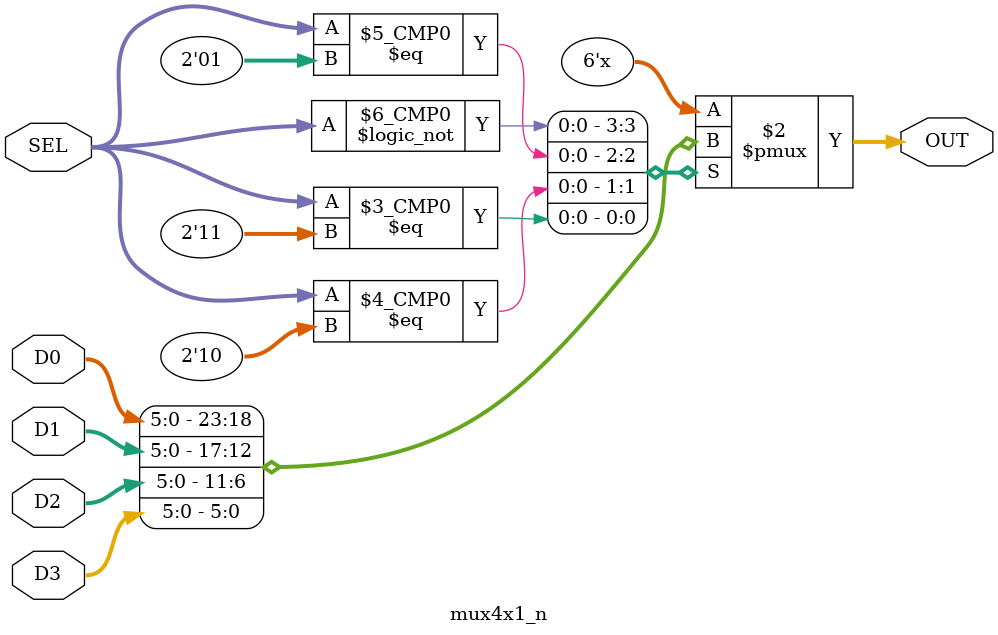
<source format=v>
/*------------------------------------------------------------------------
 * Arquivo   : mux2x1_n.v
 * Projeto   : Jogo do Desafio da Memoria
 *------------------------------------------------------------------------
 * Descricao : multiplexador 2x1 com entradas de n bits (parametrizado) 
 * 
 * adaptado a partir do codigo my_4t1_mux.vhd do livro "Free Range VHDL"
 * 
 * exemplo de uso: ver testbench mux2x1_n_tb.v
 *------------------------------------------------------------------------
 * Revisoes  :
 *     Data        Versao  Autor             Descricao
 *     15/02/2024  1.0     Edson Midorikawa  criacao
 *------------------------------------------------------------------------
 */

module mux4x1_n #(
    parameter BITS = 6
) (
    input      [BITS-1:0] D0,
    input      [BITS-1:0] D1,
    input      [BITS-1:0] D2,
    input      [BITS-1:0] D3,
    input      [1:0]      SEL,
    output reg [BITS-1:0] OUT
);

always @(*) begin
    case (SEL)
        2'b00:    OUT = D0;
        2'b01:    OUT = D1;
        2'b10:    OUT = D2;
        2'b11:    OUT = D3;
        default: OUT = {BITS{2'b11}};
    endcase
end

endmodule

</source>
